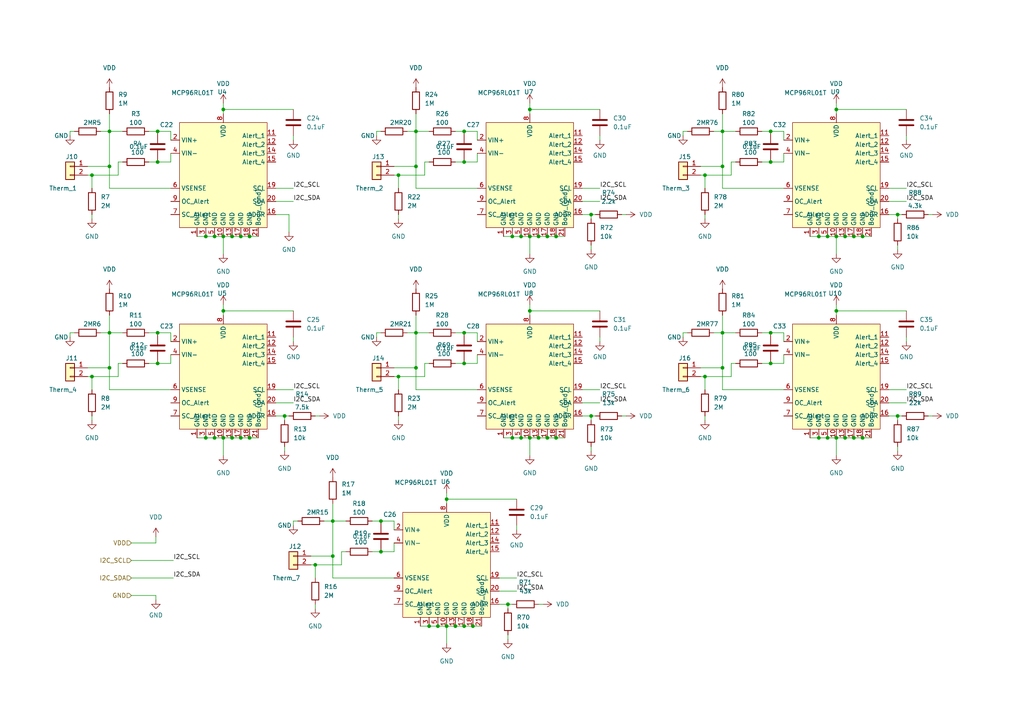
<source format=kicad_sch>
(kicad_sch (version 20211123) (generator eeschema)
  (paper "A4")
  (junction (at 31.75 48.26))
  (junction (at 120.65 38.1))
  (junction (at 134.62 105.41))
  (junction (at 115.57 50.8))
  (junction (at 91.44 163.83))
  (junction (at 124.46 181.61))
  (junction (at 245.11 127))
  (junction (at 26.67 50.8))
  (junction (at 161.29 68.58))
  (junction (at 96.52 151.13))
  (junction (at 158.75 68.58))
  (junction (at 134.62 38.1))
  (junction (at 147.32 175.26))
  (junction (at 250.19 68.58))
  (junction (at 134.62 46.99))
  (junction (at 161.29 127))
  (junction (at 96.52 161.29))
  (junction (at 237.49 127))
  (junction (at 115.57 109.22))
  (junction (at 31.75 106.68))
  (junction (at 120.65 106.68))
  (junction (at 153.67 68.58))
  (junction (at 209.55 38.1))
  (junction (at 242.57 31.75))
  (junction (at 134.62 181.61))
  (junction (at 240.03 127))
  (junction (at 129.54 144.78))
  (junction (at 127 181.61))
  (junction (at 64.77 68.58))
  (junction (at 223.52 46.99))
  (junction (at 158.75 127))
  (junction (at 67.31 127))
  (junction (at 69.85 127))
  (junction (at 209.55 106.68))
  (junction (at 120.65 96.52))
  (junction (at 250.19 127))
  (junction (at 45.72 46.99))
  (junction (at 151.13 127))
  (junction (at 247.65 127))
  (junction (at 153.67 90.17))
  (junction (at 45.72 105.41))
  (junction (at 82.55 120.65))
  (junction (at 156.21 127))
  (junction (at 62.23 68.58))
  (junction (at 223.52 105.41))
  (junction (at 151.13 68.58))
  (junction (at 223.52 38.1))
  (junction (at 129.54 181.61))
  (junction (at 223.52 96.52))
  (junction (at 132.08 181.61))
  (junction (at 110.49 160.02))
  (junction (at 134.62 96.52))
  (junction (at 72.39 127))
  (junction (at 59.69 127))
  (junction (at 209.55 48.26))
  (junction (at 110.49 151.13))
  (junction (at 153.67 31.75))
  (junction (at 137.16 181.61))
  (junction (at 242.57 127))
  (junction (at 67.31 68.58))
  (junction (at 120.65 48.26))
  (junction (at 156.21 68.58))
  (junction (at 69.85 68.58))
  (junction (at 247.65 68.58))
  (junction (at 204.47 50.8))
  (junction (at 242.57 68.58))
  (junction (at 62.23 127))
  (junction (at 26.67 109.22))
  (junction (at 209.55 96.52))
  (junction (at 64.77 127))
  (junction (at 245.11 68.58))
  (junction (at 72.39 68.58))
  (junction (at 237.49 68.58))
  (junction (at 148.59 127))
  (junction (at 171.45 62.23))
  (junction (at 64.77 90.17))
  (junction (at 45.72 38.1))
  (junction (at 45.72 96.52))
  (junction (at 59.69 68.58))
  (junction (at 242.57 90.17))
  (junction (at 64.77 31.75))
  (junction (at 31.75 38.1))
  (junction (at 171.45 120.65))
  (junction (at 260.35 62.23))
  (junction (at 204.47 109.22))
  (junction (at 240.03 68.58))
  (junction (at 148.59 68.58))
  (junction (at 260.35 120.65))
  (junction (at 31.75 96.52))
  (junction (at 153.67 127))
  (wire (pts (xy 240.03 68.58) (xy 242.57 68.58)))
  (wire (pts (xy 132.08 105.41) (xy 134.62 105.41)))
  (wire (pts (xy 83.82 62.23) (xy 83.82 67.31)))
  (wire (pts (xy 31.75 33.02) (xy 31.75 38.1)))
  (wire (pts (xy 198.12 39.37) (xy 198.12 38.1)))
  (wire (pts (xy 115.57 120.65) (xy 115.57 121.92)))
  (wire (pts (xy 38.1 167.64) (xy 50.292 167.64)))
  (wire (pts (xy 132.08 38.1) (xy 134.62 38.1)))
  (wire (pts (xy 156.21 127) (xy 158.75 127)))
  (wire (pts (xy 147.32 175.26) (xy 148.59 175.26)))
  (wire (pts (xy 260.35 71.12) (xy 260.35 72.39)))
  (wire (pts (xy 114.3 50.8) (xy 115.57 50.8)))
  (wire (pts (xy 64.77 31.75) (xy 64.77 33.02)))
  (wire (pts (xy 43.18 96.52) (xy 45.72 96.52)))
  (wire (pts (xy 114.3 48.26) (xy 120.65 48.26)))
  (wire (pts (xy 85.09 39.37) (xy 85.09 40.64)))
  (wire (pts (xy 223.52 38.735) (xy 223.52 38.1)))
  (wire (pts (xy 138.43 102.87) (xy 138.43 105.41)))
  (wire (pts (xy 127 181.61) (xy 129.54 181.61)))
  (wire (pts (xy 213.36 46.99) (xy 212.09 46.99)))
  (wire (pts (xy 91.44 120.65) (xy 92.71 120.65)))
  (wire (pts (xy 153.67 68.58) (xy 156.21 68.58)))
  (wire (pts (xy 82.55 129.54) (xy 82.55 130.81)))
  (wire (pts (xy 80.01 62.23) (xy 83.82 62.23)))
  (wire (pts (xy 209.55 96.52) (xy 213.36 96.52)))
  (wire (pts (xy 91.44 163.83) (xy 99.06 163.83)))
  (wire (pts (xy 31.75 48.26) (xy 31.75 54.61)))
  (wire (pts (xy 31.75 54.61) (xy 49.53 54.61)))
  (wire (pts (xy 156.21 68.58) (xy 158.75 68.58)))
  (wire (pts (xy 26.67 120.65) (xy 26.67 121.92)))
  (wire (pts (xy 31.75 113.03) (xy 49.53 113.03)))
  (wire (pts (xy 223.52 96.52) (xy 227.33 96.52)))
  (wire (pts (xy 82.55 120.65) (xy 83.82 120.65)))
  (wire (pts (xy 209.55 48.26) (xy 209.55 38.1)))
  (wire (pts (xy 220.98 38.1) (xy 223.52 38.1)))
  (wire (pts (xy 260.35 120.65) (xy 260.35 121.92)))
  (wire (pts (xy 114.3 157.48) (xy 114.3 160.02)))
  (wire (pts (xy 20.32 96.52) (xy 21.59 96.52)))
  (wire (pts (xy 153.67 127) (xy 153.67 132.08)))
  (wire (pts (xy 124.46 105.41) (xy 123.19 105.41)))
  (wire (pts (xy 257.81 116.84) (xy 262.89 116.84)))
  (wire (pts (xy 151.13 127) (xy 153.67 127)))
  (wire (pts (xy 34.29 105.41) (xy 34.29 109.22)))
  (wire (pts (xy 269.24 62.23) (xy 270.51 62.23)))
  (wire (pts (xy 242.57 127) (xy 242.57 132.08)))
  (wire (pts (xy 45.72 46.355) (xy 45.72 46.99)))
  (wire (pts (xy 173.99 97.79) (xy 173.99 99.06)))
  (wire (pts (xy 132.08 181.61) (xy 134.62 181.61)))
  (wire (pts (xy 158.75 68.58) (xy 161.29 68.58)))
  (wire (pts (xy 137.16 181.61) (xy 139.7 181.61)))
  (wire (pts (xy 153.67 127) (xy 156.21 127)))
  (wire (pts (xy 151.13 68.58) (xy 153.67 68.58)))
  (wire (pts (xy 148.59 127) (xy 151.13 127)))
  (wire (pts (xy 110.49 151.13) (xy 114.3 151.13)))
  (wire (pts (xy 100.33 160.02) (xy 99.06 160.02)))
  (wire (pts (xy 120.65 54.61) (xy 138.43 54.61)))
  (wire (pts (xy 123.19 46.99) (xy 123.19 50.8)))
  (wire (pts (xy 38.1 157.48) (xy 45.212 157.48)))
  (wire (pts (xy 45.212 155.702) (xy 45.212 157.48)))
  (wire (pts (xy 115.57 109.22) (xy 115.57 113.03)))
  (wire (pts (xy 96.52 146.05) (xy 96.52 151.13)))
  (wire (pts (xy 115.57 50.8) (xy 115.57 54.61)))
  (wire (pts (xy 107.95 160.02) (xy 110.49 160.02)))
  (wire (pts (xy 242.57 88.392) (xy 242.57 90.17)))
  (wire (pts (xy 234.95 127) (xy 237.49 127)))
  (wire (pts (xy 38.1 172.72) (xy 45.212 172.72)))
  (wire (pts (xy 45.212 172.72) (xy 45.212 173.99)))
  (wire (pts (xy 242.57 90.17) (xy 262.89 90.17)))
  (wire (pts (xy 120.65 106.68) (xy 120.65 96.52)))
  (wire (pts (xy 227.33 44.45) (xy 227.33 46.99)))
  (wire (pts (xy 72.39 127) (xy 74.93 127)))
  (wire (pts (xy 213.36 105.41) (xy 212.09 105.41)))
  (wire (pts (xy 207.01 38.1) (xy 209.55 38.1)))
  (wire (pts (xy 245.11 68.58) (xy 247.65 68.58)))
  (wire (pts (xy 161.29 68.58) (xy 163.83 68.58)))
  (wire (pts (xy 67.31 127) (xy 69.85 127)))
  (wire (pts (xy 223.52 46.99) (xy 227.33 46.99)))
  (wire (pts (xy 85.09 151.13) (xy 86.36 151.13)))
  (wire (pts (xy 262.89 97.79) (xy 262.89 99.06)))
  (wire (pts (xy 247.65 127) (xy 250.19 127)))
  (wire (pts (xy 96.52 161.29) (xy 96.52 151.13)))
  (wire (pts (xy 144.78 171.45) (xy 149.86 171.45)))
  (wire (pts (xy 153.67 90.17) (xy 173.99 90.17)))
  (wire (pts (xy 168.91 58.42) (xy 173.99 58.42)))
  (wire (pts (xy 64.77 31.75) (xy 85.09 31.75)))
  (wire (pts (xy 69.85 127) (xy 72.39 127)))
  (wire (pts (xy 204.47 50.8) (xy 204.47 54.61)))
  (wire (pts (xy 29.21 38.1) (xy 31.75 38.1)))
  (wire (pts (xy 209.55 91.44) (xy 209.55 96.52)))
  (wire (pts (xy 257.81 113.03) (xy 262.89 113.03)))
  (wire (pts (xy 123.19 105.41) (xy 123.19 109.22)))
  (wire (pts (xy 62.23 127) (xy 64.77 127)))
  (wire (pts (xy 31.75 106.68) (xy 31.75 113.03)))
  (wire (pts (xy 80.01 58.42) (xy 85.09 58.42)))
  (wire (pts (xy 257.81 120.65) (xy 260.35 120.65)))
  (wire (pts (xy 203.2 106.68) (xy 209.55 106.68)))
  (wire (pts (xy 99.06 160.02) (xy 99.06 163.83)))
  (wire (pts (xy 173.99 39.37) (xy 173.99 40.64)))
  (wire (pts (xy 45.72 105.41) (xy 49.53 105.41)))
  (wire (pts (xy 180.34 120.65) (xy 181.61 120.65)))
  (wire (pts (xy 144.78 175.26) (xy 147.32 175.26)))
  (wire (pts (xy 250.19 68.58) (xy 252.73 68.58)))
  (wire (pts (xy 260.35 62.23) (xy 260.35 63.5)))
  (wire (pts (xy 49.53 38.1) (xy 49.53 40.64)))
  (wire (pts (xy 120.65 38.1) (xy 124.46 38.1)))
  (wire (pts (xy 64.77 68.58) (xy 64.77 73.66)))
  (wire (pts (xy 31.75 106.68) (xy 31.75 96.52)))
  (wire (pts (xy 120.65 96.52) (xy 124.46 96.52)))
  (wire (pts (xy 257.81 62.23) (xy 260.35 62.23)))
  (wire (pts (xy 57.15 68.58) (xy 59.69 68.58)))
  (wire (pts (xy 59.69 68.58) (xy 62.23 68.58)))
  (wire (pts (xy 62.23 68.58) (xy 64.77 68.58)))
  (wire (pts (xy 64.77 68.58) (xy 67.31 68.58)))
  (wire (pts (xy 67.31 68.58) (xy 69.85 68.58)))
  (wire (pts (xy 69.85 68.58) (xy 72.39 68.58)))
  (wire (pts (xy 242.57 31.75) (xy 242.57 33.02)))
  (wire (pts (xy 20.32 38.1) (xy 21.59 38.1)))
  (wire (pts (xy 20.32 39.37) (xy 20.32 38.1)))
  (wire (pts (xy 109.22 97.79) (xy 109.22 96.52)))
  (wire (pts (xy 180.34 62.23) (xy 181.61 62.23)))
  (wire (pts (xy 260.35 120.65) (xy 261.62 120.65)))
  (wire (pts (xy 64.77 90.17) (xy 85.09 90.17)))
  (wire (pts (xy 171.45 120.65) (xy 171.45 121.92)))
  (wire (pts (xy 110.49 160.02) (xy 114.3 160.02)))
  (wire (pts (xy 134.62 104.775) (xy 134.62 105.41)))
  (wire (pts (xy 35.56 105.41) (xy 34.29 105.41)))
  (wire (pts (xy 93.98 151.13) (xy 96.52 151.13)))
  (wire (pts (xy 242.57 68.58) (xy 245.11 68.58)))
  (wire (pts (xy 134.62 96.52) (xy 138.43 96.52)))
  (wire (pts (xy 120.65 33.02) (xy 120.65 38.1)))
  (wire (pts (xy 120.65 48.26) (xy 120.65 54.61)))
  (wire (pts (xy 85.09 152.4) (xy 85.09 151.13)))
  (wire (pts (xy 223.52 38.1) (xy 227.33 38.1)))
  (wire (pts (xy 171.45 62.23) (xy 171.45 63.5)))
  (wire (pts (xy 198.12 38.1) (xy 199.39 38.1)))
  (wire (pts (xy 242.57 68.58) (xy 242.57 73.66)))
  (wire (pts (xy 138.43 96.52) (xy 138.43 99.06)))
  (wire (pts (xy 29.21 96.52) (xy 31.75 96.52)))
  (wire (pts (xy 31.75 96.52) (xy 35.56 96.52)))
  (wire (pts (xy 204.47 109.22) (xy 212.09 109.22)))
  (wire (pts (xy 220.98 105.41) (xy 223.52 105.41)))
  (wire (pts (xy 209.55 38.1) (xy 213.36 38.1)))
  (wire (pts (xy 31.75 91.44) (xy 31.75 96.52)))
  (wire (pts (xy 118.11 38.1) (xy 120.65 38.1)))
  (wire (pts (xy 129.54 144.78) (xy 149.86 144.78)))
  (wire (pts (xy 110.49 159.385) (xy 110.49 160.02)))
  (wire (pts (xy 91.44 175.26) (xy 91.44 176.53)))
  (wire (pts (xy 204.47 120.65) (xy 204.47 121.92)))
  (wire (pts (xy 158.75 127) (xy 161.29 127)))
  (wire (pts (xy 129.54 181.61) (xy 132.08 181.61)))
  (wire (pts (xy 115.57 50.8) (xy 123.19 50.8)))
  (wire (pts (xy 134.62 105.41) (xy 138.43 105.41)))
  (wire (pts (xy 109.22 39.37) (xy 109.22 38.1)))
  (wire (pts (xy 212.09 46.99) (xy 212.09 50.8)))
  (wire (pts (xy 49.53 44.45) (xy 49.53 46.99)))
  (wire (pts (xy 43.18 46.99) (xy 45.72 46.99)))
  (wire (pts (xy 45.72 46.99) (xy 49.53 46.99)))
  (wire (pts (xy 26.67 62.23) (xy 26.67 63.5)))
  (wire (pts (xy 168.91 62.23) (xy 171.45 62.23)))
  (wire (pts (xy 171.45 62.23) (xy 172.72 62.23)))
  (wire (pts (xy 80.01 120.65) (xy 82.55 120.65)))
  (wire (pts (xy 49.53 102.87) (xy 49.53 105.41)))
  (wire (pts (xy 242.57 31.75) (xy 262.89 31.75)))
  (wire (pts (xy 161.29 127) (xy 163.83 127)))
  (wire (pts (xy 26.67 109.22) (xy 26.67 113.03)))
  (wire (pts (xy 114.3 151.13) (xy 114.3 153.67)))
  (wire (pts (xy 132.08 96.52) (xy 134.62 96.52)))
  (wire (pts (xy 171.45 71.12) (xy 171.45 72.39)))
  (wire (pts (xy 59.69 127) (xy 62.23 127)))
  (wire (pts (xy 223.52 97.155) (xy 223.52 96.52)))
  (wire (pts (xy 171.45 129.54) (xy 171.45 130.81)))
  (wire (pts (xy 144.78 167.64) (xy 149.86 167.64)))
  (wire (pts (xy 234.95 68.58) (xy 237.49 68.58)))
  (wire (pts (xy 115.57 62.23) (xy 115.57 63.5)))
  (wire (pts (xy 57.15 127) (xy 59.69 127)))
  (wire (pts (xy 168.91 116.84) (xy 173.99 116.84)))
  (wire (pts (xy 124.46 181.61) (xy 127 181.61)))
  (wire (pts (xy 45.72 38.735) (xy 45.72 38.1)))
  (wire (pts (xy 114.3 106.68) (xy 120.65 106.68)))
  (wire (pts (xy 223.52 104.775) (xy 223.52 105.41)))
  (wire (pts (xy 149.86 152.4) (xy 149.86 153.67)))
  (wire (pts (xy 171.45 120.65) (xy 172.72 120.65)))
  (wire (pts (xy 80.01 113.03) (xy 85.09 113.03)))
  (wire (pts (xy 203.2 50.8) (xy 204.47 50.8)))
  (wire (pts (xy 96.52 151.13) (xy 100.33 151.13)))
  (wire (pts (xy 82.55 120.65) (xy 82.55 121.92)))
  (wire (pts (xy 153.67 31.75) (xy 153.67 33.02)))
  (wire (pts (xy 220.98 46.99) (xy 223.52 46.99)))
  (wire (pts (xy 45.72 96.52) (xy 49.53 96.52)))
  (wire (pts (xy 129.54 143.002) (xy 129.54 144.78)))
  (wire (pts (xy 64.77 127) (xy 67.31 127)))
  (wire (pts (xy 90.17 161.29) (xy 96.52 161.29)))
  (wire (pts (xy 134.62 46.99) (xy 138.43 46.99)))
  (wire (pts (xy 242.57 29.972) (xy 242.57 31.75)))
  (wire (pts (xy 121.92 181.61) (xy 124.46 181.61)))
  (wire (pts (xy 120.65 106.68) (xy 120.65 113.03)))
  (wire (pts (xy 134.62 38.735) (xy 134.62 38.1)))
  (wire (pts (xy 115.57 109.22) (xy 123.19 109.22)))
  (wire (pts (xy 237.49 127) (xy 240.03 127)))
  (wire (pts (xy 26.67 50.8) (xy 26.67 54.61)))
  (wire (pts (xy 91.44 163.83) (xy 91.44 167.64)))
  (wire (pts (xy 207.01 96.52) (xy 209.55 96.52)))
  (wire (pts (xy 146.05 127) (xy 148.59 127)))
  (wire (pts (xy 85.09 97.79) (xy 85.09 99.06)))
  (wire (pts (xy 237.49 68.58) (xy 240.03 68.58)))
  (wire (pts (xy 257.81 58.42) (xy 262.89 58.42)))
  (wire (pts (xy 153.67 68.58) (xy 153.67 73.66)))
  (wire (pts (xy 109.22 38.1) (xy 110.49 38.1)))
  (wire (pts (xy 118.11 96.52) (xy 120.65 96.52)))
  (wire (pts (xy 124.46 46.99) (xy 123.19 46.99)))
  (wire (pts (xy 153.67 31.75) (xy 173.99 31.75)))
  (wire (pts (xy 96.52 167.64) (xy 114.3 167.64)))
  (wire (pts (xy 34.29 46.99) (xy 34.29 50.8)))
  (wire (pts (xy 35.56 46.99) (xy 34.29 46.99)))
  (wire (pts (xy 240.03 127) (xy 242.57 127)))
  (wire (pts (xy 209.55 54.61) (xy 227.33 54.61)))
  (wire (pts (xy 198.12 97.79) (xy 198.12 96.52)))
  (wire (pts (xy 107.95 151.13) (xy 110.49 151.13)))
  (wire (pts (xy 134.62 97.155) (xy 134.62 96.52)))
  (wire (pts (xy 209.55 48.26) (xy 209.55 54.61)))
  (wire (pts (xy 250.19 127) (xy 252.73 127)))
  (wire (pts (xy 120.65 91.44) (xy 120.65 96.52)))
  (wire (pts (xy 20.32 97.79) (xy 20.32 96.52)))
  (wire (pts (xy 31.75 38.1) (xy 35.56 38.1)))
  (wire (pts (xy 109.22 96.52) (xy 110.49 96.52)))
  (wire (pts (xy 96.52 161.29) (xy 96.52 167.64)))
  (wire (pts (xy 134.62 181.61) (xy 137.16 181.61)))
  (wire (pts (xy 138.43 44.45) (xy 138.43 46.99)))
  (wire (pts (xy 223.52 105.41) (xy 227.33 105.41)))
  (wire (pts (xy 209.55 106.68) (xy 209.55 113.03)))
  (wire (pts (xy 260.35 129.54) (xy 260.35 130.81)))
  (wire (pts (xy 129.54 181.61) (xy 129.54 186.69)))
  (wire (pts (xy 43.18 38.1) (xy 45.72 38.1)))
  (wire (pts (xy 45.72 38.1) (xy 49.53 38.1)))
  (wire (pts (xy 209.55 106.68) (xy 209.55 96.52)))
  (wire (pts (xy 64.77 127) (xy 64.77 132.08)))
  (wire (pts (xy 153.67 29.972) (xy 153.67 31.75)))
  (wire (pts (xy 153.67 90.17) (xy 153.67 91.44)))
  (wire (pts (xy 209.55 33.02) (xy 209.55 38.1)))
  (wire (pts (xy 26.67 109.22) (xy 34.29 109.22)))
  (wire (pts (xy 245.11 127) (xy 247.65 127)))
  (wire (pts (xy 64.77 88.392) (xy 64.77 90.17)))
  (wire (pts (xy 204.47 62.23) (xy 204.47 63.5)))
  (wire (pts (xy 147.32 184.15) (xy 147.32 185.42)))
  (wire (pts (xy 110.49 151.765) (xy 110.49 151.13)))
  (wire (pts (xy 257.81 54.61) (xy 262.89 54.61)))
  (wire (pts (xy 90.17 163.83) (xy 91.44 163.83)))
  (wire (pts (xy 25.4 109.22) (xy 26.67 109.22)))
  (wire (pts (xy 134.62 46.355) (xy 134.62 46.99)))
  (wire (pts (xy 80.01 54.61) (xy 85.09 54.61)))
  (wire (pts (xy 25.4 48.26) (xy 31.75 48.26)))
  (wire (pts (xy 31.75 48.26) (xy 31.75 38.1)))
  (wire (pts (xy 120.65 113.03) (xy 138.43 113.03)))
  (wire (pts (xy 223.52 46.355) (xy 223.52 46.99)))
  (wire (pts (xy 242.57 90.17) (xy 242.57 91.44)))
  (wire (pts (xy 168.91 120.65) (xy 171.45 120.65)))
  (wire (pts (xy 148.59 68.58) (xy 151.13 68.58)))
  (wire (pts (xy 80.01 116.84) (xy 85.09 116.84)))
  (wire (pts (xy 168.91 113.03) (xy 173.99 113.03)))
  (wire (pts (xy 204.47 50.8) (xy 212.09 50.8)))
  (wire (pts (xy 43.18 105.41) (xy 45.72 105.41)))
  (wire (pts (xy 156.21 175.26) (xy 157.48 175.26)))
  (wire (pts (xy 129.54 144.78) (xy 129.54 146.05)))
  (wire (pts (xy 64.77 29.972) (xy 64.77 31.75)))
  (wire (pts (xy 64.77 90.17) (xy 64.77 91.44)))
  (wire (pts (xy 45.72 104.775) (xy 45.72 105.41)))
  (wire (pts (xy 204.47 109.22) (xy 204.47 113.03)))
  (wire (pts (xy 138.43 38.1) (xy 138.43 40.64)))
  (wire (pts (xy 25.4 50.8) (xy 26.67 50.8)))
  (wire (pts (xy 203.2 109.22) (xy 204.47 109.22)))
  (wire (pts (xy 220.98 96.52) (xy 223.52 96.52)))
  (wire (pts (xy 203.2 48.26) (xy 209.55 48.26)))
  (wire (pts (xy 227.33 102.87) (xy 227.33 105.41)))
  (wire (pts (xy 227.33 38.1) (xy 227.33 40.64)))
  (wire (pts (xy 227.33 96.52) (xy 227.33 99.06)))
  (wire (pts (xy 49.53 96.52) (xy 49.53 99.06)))
  (wire (pts (xy 72.39 68.58) (xy 74.93 68.58)))
  (wire (pts (xy 209.55 113.03) (xy 227.33 113.03)))
  (wire (pts (xy 38.1 162.56) (xy 50.292 162.56)))
  (wire (pts (xy 247.65 68.58) (xy 250.19 68.58)))
  (wire (pts (xy 26.67 50.8) (xy 34.29 50.8)))
  (wire (pts (xy 25.4 106.68) (xy 31.75 106.68)))
  (wire (pts (xy 212.09 105.41) (xy 212.09 109.22)))
  (wire (pts (xy 198.12 96.52) (xy 199.39 96.52)))
  (wire (pts (xy 132.08 46.99) (xy 134.62 46.99)))
  (wire (pts (xy 260.35 62.23) (xy 261.62 62.23)))
  (wire (pts (xy 134.62 38.1) (xy 138.43 38.1)))
  (wire (pts (xy 262.89 39.37) (xy 262.89 40.64)))
  (wire (pts (xy 269.24 120.65) (xy 270.51 120.65)))
  (wire (pts (xy 153.67 88.392) (xy 153.67 90.17)))
  (wire (pts (xy 147.32 175.26) (xy 147.32 176.53)))
  (wire (pts (xy 168.91 54.61) (xy 173.99 54.61)))
  (wire (pts (xy 242.57 127) (xy 245.11 127)))
  (wire (pts (xy 45.72 97.155) (xy 45.72 96.52)))
  (wire (pts (xy 146.05 68.58) (xy 148.59 68.58)))
  (wire (pts (xy 114.3 109.22) (xy 115.57 109.22)))
  (wire (pts (xy 120.65 48.26) (xy 120.65 38.1)))
  (label "I2C_SCL" (at 85.09 113.03 0))
  (label "I2C_SCL" (at 50.292 162.56 0))
  (label "I2C_SCL" (at 85.09 54.61 0))
  (label "I2C_SCL" (at 262.89 113.03 0))
  (label "I2C_SDA" (at 262.89 58.42 0))
  (label "I2C_SDA" (at 262.89 116.84 0))
  (label "I2C_SDA" (at 85.09 58.42 0))
  (label "I2C_SDA" (at 173.99 116.84 0))
  (label "I2C_SDA" (at 173.99 58.42 0))
  (label "I2C_SCL" (at 173.99 113.03 0))
  (label "I2C_SCL" (at 262.89 54.61 0))
  (label "I2C_SDA" (at 85.09 116.84 0))
  (label "I2C_SCL" (at 149.86 167.64 0))
  (label "I2C_SCL" (at 173.99 54.61 0))
  (label "I2C_SDA" (at 149.86 171.45 0))
  (label "I2C_SDA" (at 50.292 167.64 0))
  (hierarchical_label "I2C_SDA" (shape input) (at 38.1 167.64 180))
  (hierarchical_label "VDD" (shape input) (at 38.1 157.48 180))
  (hierarchical_label "GND" (shape input) (at 38.1 172.72 180))
  (hierarchical_label "I2C_SCL" (shape input) (at 38.1 162.56 180))
  (symbol (lib_id "Device:R") (at 39.37 46.99 90) (unit 1)
    (property "Reference" "R4" (at 39.878 41.656 90))
    (property "Value" "100" (at 39.878 44.196 90))
    (property "Footprint" "Resistor_SMD:R_0603_1608Metric" (effects hide))
  )
  (symbol (lib_id "power:GND") (at 82.55 130.81 0) (unit 1)
    (property "Reference" "#PWR0156" (effects hide))
    (property "Value" "GND" (at 82.55 135.89 0))
  )
  (symbol (lib_id "power:VDD") (at 64.77 29.972 0) (unit 1)
    (property "Reference" "#PWR0162" (effects hide))
    (property "Value" "VDD" (at 64.77 24.257 0))
  )
  (symbol (lib_id "Device:R") (at 152.4 175.26 90) (unit 1)
    (property "Reference" "R71" (at 152.4 168.91 90))
    (property "Value" "43k" (at 152.4 171.45 90))
    (property "Footprint" "Resistor_SMD:R_0603_1608Metric" (effects hide))
  )
  (symbol (lib_id "Device:R") (at 26.67 58.42 0) (unit 1)
    (property "Reference" "R7" (at 29.21 57.15 0) (effects (justify left)))
    (property "Value" "2M" (at 29.21 59.69 0) (effects (justify left)))
    (property "Footprint" "Resistor_SMD:R_0603_1608Metric" (effects hide))
  )
  (symbol (lib_name "MCP96RL01T_2") (lib_id "MCP96RL01T:MCP96RL01T") (at 153.67 50.8 0) (unit 1)
    (property "Reference" "U7" (at 153.3525 26.67 0))
    (property "Value" "MCP96RL01T" (at 144.7165 26.924 0))
    (property "Footprint" "MCP96RL01T:MCP96RL01T_QFN" (effects hide))
  )
  (symbol (lib_id "Device:R") (at 82.55 125.73 0) (unit 1)
    (property "Reference" "R13" (at 85.09 124.4599 0) (effects (justify left)))
    (property "Value" "10k" (at 85.09 126.9999 0) (effects (justify left)))
    (property "Footprint" "Resistor_SMD:R_0603_1608Metric" (effects hide))
  )
  (symbol (lib_id "Device:R") (at 31.75 87.63 0) (unit 1)
    (property "Reference" "R10" (at 34.29 85.852 0) (effects (justify left)))
    (property "Value" "1M" (at 34.29 88.392 0) (effects (justify left)))
    (property "Footprint" "Resistor_SMD:R_0603_1608Metric" (effects hide))
  )
  (symbol (lib_id "Device:R") (at 265.43 120.65 90) (unit 1)
    (property "Reference" "R89" (at 265.43 114.3 90))
    (property "Value" "22k" (at 265.43 116.84 90))
    (property "Footprint" "Resistor_SMD:R_0603_1608Metric" (effects hide))
  )
  (symbol (lib_name "MCP96RL01T_3") (lib_id "MCP96RL01T:MCP96RL01T") (at 242.57 109.22 0) (unit 1)
    (property "Reference" "U10" (at 242.2525 85.09 0))
    (property "Value" "MCP96RL01T" (at 233.6165 85.344 0))
    (property "Footprint" "MCP96RL01T:MCP96RL01T_QFN" (effects hide))
  )
  (symbol (lib_id "Connector_Generic:Conn_01x02") (at 109.22 48.26 0) (mirror y) (unit 1)
    (property "Reference" "J13" (at 109.728 45.466 0))
    (property "Value" "Therm_2" (at 107.188 54.61 0))
    (property "Footprint" "K_type_thermo_conn_F:K_type_thermo_conn_F" (effects hide))
  )
  (symbol (lib_id "MCP96RL01T:MCP96RL01T") (at 129.54 163.83 0) (unit 1)
    (property "Reference" "U6" (at 129.2225 139.7 0))
    (property "Value" "MCP96RL01T" (at 120.5865 139.954 0))
    (property "Footprint" "MCP96RL01T:MCP96RL01T_QFN" (effects hide))
  )
  (symbol (lib_id "power:VDD") (at 45.212 155.702 0) (unit 1)
    (property "Reference" "#PWR0165" (effects hide))
    (property "Value" "VDD" (at 45.212 149.987 0))
  )
  (symbol (lib_id "Device:R") (at 115.57 58.42 0) (unit 1)
    (property "Reference" "R22" (at 118.11 57.15 0) (effects (justify left)))
    (property "Value" "2M" (at 118.11 59.69 0) (effects (justify left)))
    (property "Footprint" "Resistor_SMD:R_0603_1608Metric" (effects hide))
  )
  (symbol (lib_id "power:GND") (at 115.57 121.92 0) (unit 1)
    (property "Reference" "#PWR0158" (effects hide))
    (property "Value" "GND" (at 115.57 127 0))
  )
  (symbol (lib_id "power:VDD") (at 120.65 25.4 0) (unit 1)
    (property "Reference" "#PWR0164" (effects hide))
    (property "Value" "VDD" (at 120.65 19.685 0))
  )
  (symbol (lib_id "Device:R") (at 217.17 105.41 90) (unit 1)
    (property "Reference" "R85" (at 217.678 100.076 90))
    (property "Value" "100" (at 217.678 102.616 90))
    (property "Footprint" "Resistor_SMD:R_0603_1608Metric" (effects hide))
  )
  (symbol (lib_id "Device:R") (at 260.35 67.31 0) (unit 1)
    (property "Reference" "R86" (at 262.89 66.0399 0) (effects (justify left)))
    (property "Value" "10k" (at 262.89 68.5799 0) (effects (justify left)))
    (property "Footprint" "Resistor_SMD:R_0603_1608Metric" (effects hide))
  )
  (symbol (lib_id "Connector_Generic:Conn_01x02") (at 198.12 48.26 0) (mirror y) (unit 1)
    (property "Reference" "J15" (at 198.628 45.466 0))
    (property "Value" "Therm_3" (at 196.088 54.61 0))
    (property "Footprint" "K_type_thermo_conn_F:K_type_thermo_conn_F" (effects hide))
  )
  (symbol (lib_id "power:VDD") (at 31.75 83.82 0) (unit 1)
    (property "Reference" "#PWR0210" (effects hide))
    (property "Value" "VDD" (at 31.75 78.105 0))
  )
  (symbol (lib_id "power:VDD") (at 270.51 120.65 270) (unit 1)
    (property "Reference" "#PWR0153" (effects hide))
    (property "Value" "VDD" (at 274.32 120.6499 90) (effects (justify left)))
  )
  (symbol (lib_id "power:VDD") (at 181.61 120.65 270) (unit 1)
    (property "Reference" "#PWR0224" (effects hide))
    (property "Value" "VDD" (at 185.42 120.6499 90) (effects (justify left)))
  )
  (symbol (lib_id "Device:R") (at 128.27 96.52 90) (unit 1)
    (property "Reference" "R28" (at 128.27 91.44 90))
    (property "Value" "100" (at 128.27 93.98 90))
    (property "Footprint" "Resistor_SMD:R_0603_1608Metric" (effects hide))
  )
  (symbol (lib_id "Device:R") (at 209.55 87.63 0) (unit 1)
    (property "Reference" "R81" (at 212.09 85.852 0) (effects (justify left)))
    (property "Value" "1M" (at 212.09 88.392 0) (effects (justify left)))
    (property "Footprint" "Resistor_SMD:R_0603_1608Metric" (effects hide))
  )
  (symbol (lib_id "power:GND") (at 242.57 73.66 0) (unit 1)
    (property "Reference" "#PWR0148" (effects hide))
    (property "Value" "GND" (at 242.57 78.74 0))
  )
  (symbol (lib_name "MCP96RL01T_1") (lib_id "MCP96RL01T:MCP96RL01T") (at 242.57 50.8 0) (unit 1)
    (property "Reference" "U9" (at 242.2525 26.67 0))
    (property "Value" "MCP96RL01T" (at 233.6165 26.924 0))
    (property "Footprint" "MCP96RL01T:MCP96RL01T_QFN" (effects hide))
  )
  (symbol (lib_id "power:GND") (at 85.09 152.4 0) (unit 1)
    (property "Reference" "#PWR0212" (effects hide))
    (property "Value" "GND" (at 82.55 152.4 0))
  )
  (symbol (lib_id "power:VDD") (at 209.55 25.4 0) (unit 1)
    (property "Reference" "#PWR0138" (effects hide))
    (property "Value" "VDD" (at 209.55 19.685 0))
  )
  (symbol (lib_id "Device:R") (at 26.67 116.84 0) (unit 1)
    (property "Reference" "R8" (at 29.21 115.57 0) (effects (justify left)))
    (property "Value" "2M" (at 29.21 118.11 0) (effects (justify left)))
    (property "Footprint" "Resistor_SMD:R_0603_1608Metric" (effects hide))
  )
  (symbol (lib_id "Device:R") (at 115.57 116.84 0) (unit 1)
    (property "Reference" "R23" (at 118.11 115.57 0) (effects (justify left)))
    (property "Value" "2M" (at 118.11 118.11 0) (effects (justify left)))
    (property "Footprint" "Resistor_SMD:R_0603_1608Metric" (effects hide))
  )
  (symbol (lib_id "power:GND") (at 198.12 39.37 0) (unit 1)
    (property "Reference" "#PWR0137" (effects hide))
    (property "Value" "GND" (at 195.58 39.37 0))
  )
  (symbol (lib_id "Device:R") (at 209.55 29.21 0) (unit 1)
    (property "Reference" "R80" (at 212.09 27.432 0) (effects (justify left)))
    (property "Value" "1M" (at 212.09 29.972 0) (effects (justify left)))
    (property "Footprint" "Resistor_SMD:R_0603_1608Metric" (effects hide))
  )
  (symbol (lib_id "Device:R") (at 260.35 125.73 0) (unit 1)
    (property "Reference" "R87" (at 262.89 124.4599 0) (effects (justify left)))
    (property "Value" "10k" (at 262.89 126.9999 0) (effects (justify left)))
    (property "Footprint" "Resistor_SMD:R_0603_1608Metric" (effects hide))
  )
  (symbol (lib_id "power:GND") (at 260.35 72.39 0) (unit 1)
    (property "Reference" "#PWR0140" (effects hide))
    (property "Value" "GND" (at 260.35 77.47 0))
  )
  (symbol (lib_id "power:VDD") (at 242.57 88.392 0) (unit 1)
    (property "Reference" "#PWR0149" (effects hide))
    (property "Value" "VDD" (at 242.57 82.677 0))
  )
  (symbol (lib_id "Device:C") (at 173.99 35.56 0) (unit 1)
    (property "Reference" "C30" (at 177.8 34.2899 0) (effects (justify left)))
    (property "Value" "0.1uF" (at 177.8 36.8299 0) (effects (justify left)))
    (property "Footprint" "Capacitor_SMD:C_0603_1608Metric" (effects hide))
    (property "type" "ceramic HF, 0.1uf to 1 uf" (effects hide))
  )
  (symbol (lib_id "Connector_Generic:Conn_01x02") (at 109.22 106.68 0) (mirror y) (unit 1)
    (property "Reference" "J14" (at 109.728 103.886 0))
    (property "Value" "Therm_5" (at 107.188 113.03 0))
    (property "Footprint" "K_type_thermo_conn_F:K_type_thermo_conn_F" (effects hide))
  )
  (symbol (lib_id "power:GND") (at 85.09 99.06 0) (unit 1)
    (property "Reference" "#PWR0155" (effects hide))
    (property "Value" "GND" (at 85.09 103.505 0))
  )
  (symbol (lib_id "Device:C") (at 85.09 35.56 0) (unit 1)
    (property "Reference" "C24" (at 88.9 34.2899 0) (effects (justify left)))
    (property "Value" "0.1uF" (at 88.9 36.8299 0) (effects (justify left)))
    (property "Footprint" "Capacitor_SMD:C_0603_1608Metric" (effects hide))
    (property "type" "ceramic HF, 0.1uf to 1 uf" (effects hide))
  )
  (symbol (lib_id "Device:R") (at 147.32 180.34 0) (unit 1)
    (property "Reference" "R70" (at 149.86 179.0699 0) (effects (justify left)))
    (property "Value" "10k" (at 149.86 181.6099 0) (effects (justify left)))
    (property "Footprint" "Resistor_SMD:R_0603_1608Metric" (effects hide))
  )
  (symbol (lib_id "power:VDD") (at 31.75 25.4 0) (unit 1)
    (property "Reference" "#PWR0160" (effects hide))
    (property "Value" "VDD" (at 31.75 19.685 0))
  )
  (symbol (lib_id "Device:R") (at 39.37 105.41 90) (unit 1)
    (property "Reference" "R12" (at 39.878 100.076 90))
    (property "Value" "100" (at 39.878 102.616 90))
    (property "Footprint" "Resistor_SMD:R_0603_1608Metric" (effects hide))
  )
  (symbol (lib_id "power:GND") (at 147.32 185.42 0) (unit 1)
    (property "Reference" "#PWR0215" (effects hide))
    (property "Value" "GND" (at 147.32 190.5 0))
  )
  (symbol (lib_id "power:VDD") (at 270.51 62.23 270) (unit 1)
    (property "Reference" "#PWR0139" (effects hide))
    (property "Value" "VDD" (at 274.32 62.2299 90) (effects (justify left)))
  )
  (symbol (lib_id "power:VDD") (at 96.52 138.43 0) (unit 1)
    (property "Reference" "#PWR0157" (effects hide))
    (property "Value" "VDD" (at 96.52 132.715 0))
  )
  (symbol (lib_id "Device:R") (at 25.4 38.1 270) (unit 1)
    (property "Reference" "R5" (at 26.67 35.56 90) (effects (justify left)))
    (property "Value" "2M" (at 24.13 35.56 90) (effects (justify left)))
    (property "Footprint" "Resistor_SMD:R_0603_1608Metric" (effects hide))
  )
  (symbol (lib_id "power:GND") (at 149.86 153.67 0) (unit 1)
    (property "Reference" "#PWR0218" (effects hide))
    (property "Value" "GND" (at 149.86 158.115 0))
  )
  (symbol (lib_name "MCP96RL01T_4") (lib_id "MCP96RL01T:MCP96RL01T") (at 64.77 109.22 0) (unit 1)
    (property "Reference" "U5" (at 64.4525 85.09 0))
    (property "Value" "MCP96RL01T" (at 55.8165 85.344 0))
    (property "Footprint" "MCP96RL01T:MCP96RL01T_QFN" (effects hide))
  )
  (symbol (lib_id "Device:C") (at 134.62 100.965 0) (unit 1)
    (property "Reference" "C28" (at 135.255 94.6149 0) (effects (justify left)))
    (property "Value" "0.1uF" (at 126.365 100.9649 0) (effects (justify left)))
    (property "Footprint" "Capacitor_SMD:C_0603_1608Metric" (effects hide))
  )
  (symbol (lib_id "Device:R") (at 90.17 151.13 270) (unit 1)
    (property "Reference" "R15" (at 91.44 148.59 90) (effects (justify left)))
    (property "Value" "2M" (at 88.9 148.59 90) (effects (justify left)))
    (property "Footprint" "Resistor_SMD:R_0603_1608Metric" (effects hide))
  )
  (symbol (lib_id "Connector_Generic:Conn_01x02") (at 20.32 48.26 0) (mirror y) (unit 1)
    (property "Reference" "J10" (at 20.828 45.466 0))
    (property "Value" "Therm_1" (at 18.288 54.61 0))
    (property "Footprint" "K_type_thermo_conn_F:K_type_thermo_conn_F" (effects hide))
  )
  (symbol (lib_id "power:VDD") (at 153.67 88.392 0) (unit 1)
    (property "Reference" "#PWR0228" (effects hide))
    (property "Value" "VDD" (at 153.67 82.677 0))
  )
  (symbol (lib_id "Device:C") (at 134.62 42.545 0) (unit 1)
    (property "Reference" "C27" (at 135.255 36.1949 0) (effects (justify left)))
    (property "Value" "0.1uF" (at 126.365 42.5449 0) (effects (justify left)))
    (property "Footprint" "Capacitor_SMD:C_0603_1608Metric" (effects hide))
  )
  (symbol (lib_id "power:GND") (at 20.32 97.79 0) (unit 1)
    (property "Reference" "#PWR0209" (effects hide))
    (property "Value" "GND" (at 17.78 97.79 0))
  )
  (symbol (lib_id "power:GND") (at 171.45 130.81 0) (unit 1)
    (property "Reference" "#PWR0223" (effects hide))
    (property "Value" "GND" (at 171.45 135.89 0))
  )
  (symbol (lib_id "power:GND") (at 115.57 63.5 0) (unit 1)
    (property "Reference" "#PWR0161" (effects hide))
    (property "Value" "GND" (at 115.57 68.58 0))
  )
  (symbol (lib_id "power:GND") (at 26.67 63.5 0) (unit 1)
    (property "Reference" "#PWR0172" (effects hide))
    (property "Value" "GND" (at 26.67 68.58 0))
  )
  (symbol (lib_name "MCP96RL01T_5") (lib_id "MCP96RL01T:MCP96RL01T") (at 64.77 50.8 0) (unit 1)
    (property "Reference" "U4" (at 64.4525 26.67 0))
    (property "Value" "MCP96RL01T" (at 55.8165 26.924 0))
    (property "Footprint" "MCP96RL01T:MCP96RL01T_QFN" (effects hide))
  )
  (symbol (lib_id "power:GND") (at 109.22 39.37 0) (unit 1)
    (property "Reference" "#PWR0167" (effects hide))
    (property "Value" "GND" (at 106.68 39.37 0))
  )
  (symbol (lib_id "Device:C") (at 110.49 155.575 0) (unit 1)
    (property "Reference" "C26" (at 111.125 149.2249 0) (effects (justify left)))
    (property "Value" "0.1uF" (at 102.235 155.5749 0) (effects (justify left)))
    (property "Footprint" "Capacitor_SMD:C_0603_1608Metric" (effects hide))
  )
  (symbol (lib_id "Device:R") (at 128.27 105.41 90) (unit 1)
    (property "Reference" "R69" (at 128.778 100.076 90))
    (property "Value" "100" (at 128.778 102.616 90))
    (property "Footprint" "Resistor_SMD:R_0603_1608Metric" (effects hide))
  )
  (symbol (lib_id "power:GND") (at 242.57 132.08 0) (unit 1)
    (property "Reference" "#PWR0152" (effects hide))
    (property "Value" "GND" (at 242.57 137.16 0))
  )
  (symbol (lib_id "Device:R") (at 25.4 96.52 270) (unit 1)
    (property "Reference" "R6" (at 26.67 93.98 90) (effects (justify left)))
    (property "Value" "2M" (at 24.13 93.98 90) (effects (justify left)))
    (property "Footprint" "Resistor_SMD:R_0603_1608Metric" (effects hide))
  )
  (symbol (lib_id "power:VDD") (at 120.65 83.82 0) (unit 1)
    (property "Reference" "#PWR0229" (effects hide))
    (property "Value" "VDD" (at 120.65 78.105 0))
  )
  (symbol (lib_id "Device:R") (at 128.27 38.1 90) (unit 1)
    (property "Reference" "R26" (at 128.27 33.02 90))
    (property "Value" "100" (at 128.27 35.56 90))
    (property "Footprint" "Resistor_SMD:R_0603_1608Metric" (effects hide))
  )
  (symbol (lib_id "power:VDD") (at 242.57 29.972 0) (unit 1)
    (property "Reference" "#PWR0141" (effects hide))
    (property "Value" "VDD" (at 242.57 24.257 0))
  )
  (symbol (lib_id "power:GND") (at 153.67 132.08 0) (unit 1)
    (property "Reference" "#PWR0221" (effects hide))
    (property "Value" "GND" (at 153.67 137.16 0))
  )
  (symbol (lib_id "power:VDD") (at 64.77 88.392 0) (unit 1)
    (property "Reference" "#PWR0171" (effects hide))
    (property "Value" "VDD" (at 64.77 82.677 0))
  )
  (symbol (lib_id "Device:R") (at 39.37 38.1 90) (unit 1)
    (property "Reference" "R3" (at 39.37 33.02 90))
    (property "Value" "100" (at 39.37 35.56 90))
    (property "Footprint" "Resistor_SMD:R_0603_1608Metric" (effects hide))
  )
  (symbol (lib_id "power:GND") (at 45.212 173.99 0) (unit 1)
    (property "Reference" "#PWR0166" (effects hide))
    (property "Value" "GND" (at 45.212 178.435 0))
  )
  (symbol (lib_id "power:GND") (at 129.54 186.69 0) (unit 1)
    (property "Reference" "#PWR0219" (effects hide))
    (property "Value" "GND" (at 129.54 191.77 0))
  )
  (symbol (lib_id "power:GND") (at 198.12 97.79 0) (unit 1)
    (property "Reference" "#PWR0226" (effects hide))
    (property "Value" "GND" (at 195.58 97.79 0))
  )
  (symbol (lib_id "power:GND") (at 153.67 73.66 0) (unit 1)
    (property "Reference" "#PWR0227" (effects hide))
    (property "Value" "GND" (at 153.67 78.74 0))
  )
  (symbol (lib_id "Device:R") (at 176.53 62.23 90) (unit 1)
    (property "Reference" "R74" (at 176.53 55.88 90))
    (property "Value" "2.2k" (at 176.53 58.42 90))
    (property "Footprint" "Resistor_SMD:R_0603_1608Metric" (effects hide))
  )
  (symbol (lib_id "power:VDD") (at 157.48 175.26 270) (unit 1)
    (property "Reference" "#PWR0216" (effects hide))
    (property "Value" "VDD" (at 161.29 175.2599 90) (effects (justify left)))
  )
  (symbol (lib_id "Device:R") (at 203.2 38.1 270) (unit 1)
    (property "Reference" "R76" (at 204.47 35.56 90) (effects (justify left)))
    (property "Value" "2M" (at 201.93 35.56 90) (effects (justify left)))
    (property "Footprint" "Resistor_SMD:R_0603_1608Metric" (effects hide))
  )
  (symbol (lib_id "Device:R") (at 217.17 46.99 90) (unit 1)
    (property "Reference" "R83" (at 217.678 41.656 90))
    (property "Value" "100" (at 217.678 44.196 90))
    (property "Footprint" "Resistor_SMD:R_0603_1608Metric" (effects hide))
  )
  (symbol (lib_id "power:GND") (at 262.89 40.64 0) (unit 1)
    (property "Reference" "#PWR0142" (effects hide))
    (property "Value" "GND" (at 262.89 45.085 0))
  )
  (symbol (lib_id "Device:R") (at 217.17 38.1 90) (unit 1)
    (property "Reference" "R82" (at 217.17 33.02 90))
    (property "Value" "100" (at 217.17 35.56 90))
    (property "Footprint" "Resistor_SMD:R_0603_1608Metric" (effects hide))
  )
  (symbol (lib_id "Device:R") (at 104.14 151.13 90) (unit 1)
    (property "Reference" "R18" (at 104.14 146.05 90))
    (property "Value" "100" (at 104.14 148.59 90))
    (property "Footprint" "Resistor_SMD:R_0603_1608Metric" (effects hide))
  )
  (symbol (lib_id "Device:C") (at 85.09 93.98 0) (unit 1)
    (property "Reference" "C25" (at 88.9 92.7099 0) (effects (justify left)))
    (property "Value" "0.1uF" (at 88.9 95.2499 0) (effects (justify left)))
    (property "Footprint" "Capacitor_SMD:C_0603_1608Metric" (effects hide))
    (property "type" "ceramic HF, 0.1uf to 1 uf" (effects hide))
  )
  (symbol (lib_id "power:VDD") (at 181.61 62.23 270) (unit 1)
    (property "Reference" "#PWR0145" (effects hide))
    (property "Value" "VDD" (at 185.42 62.2299 90) (effects (justify left)))
  )
  (symbol (lib_id "power:VDD") (at 129.54 143.002 0) (unit 1)
    (property "Reference" "#PWR0217" (effects hide))
    (property "Value" "VDD" (at 129.54 137.287 0))
  )
  (symbol (lib_id "Device:R") (at 104.14 160.02 90) (unit 1)
    (property "Reference" "R19" (at 104.648 154.686 90))
    (property "Value" "100" (at 104.648 157.226 90))
    (property "Footprint" "Resistor_SMD:R_0603_1608Metric" (effects hide))
  )
  (symbol (lib_id "power:GND") (at 83.82 67.31 0) (unit 1)
    (property "Reference" "#PWR0169" (effects hide))
    (property "Value" "GND" (at 83.82 72.39 0))
  )
  (symbol (lib_id "Device:C") (at 45.72 42.545 0) (unit 1)
    (property "Reference" "C22" (at 46.355 36.1949 0) (effects (justify left)))
    (property "Value" "0.1uF" (at 37.465 42.5449 0) (effects (justify left)))
    (property "Footprint" "Capacitor_SMD:C_0603_1608Metric" (effects hide))
  )
  (symbol (lib_id "Device:R") (at 176.53 120.65 90) (unit 1)
    (property "Reference" "R75" (at 176.53 114.3 90))
    (property "Value" "13k" (at 176.53 116.84 90))
    (property "Footprint" "Resistor_SMD:R_0603_1608Metric" (effects hide))
  )
  (symbol (lib_id "power:GND") (at 85.09 40.64 0) (unit 1)
    (property "Reference" "#PWR0170" (effects hide))
    (property "Value" "GND" (at 85.09 45.085 0))
  )
  (symbol (lib_id "Device:C") (at 262.89 93.98 0) (unit 1)
    (property "Reference" "C35" (at 266.7 92.7099 0) (effects (justify left)))
    (property "Value" "0.1uF" (at 266.7 95.2499 0) (effects (justify left)))
    (property "Footprint" "Capacitor_SMD:C_0603_1608Metric" (effects hide))
    (property "type" "ceramic HF, 0.1uf to 1 uf" (effects hide))
  )
  (symbol (lib_id "Connector_Generic:Conn_01x02") (at 85.09 161.29 0) (mirror y) (unit 1)
    (property "Reference" "J12" (at 85.598 158.496 0))
    (property "Value" "Therm_7" (at 83.058 167.64 0))
    (property "Footprint" "K_type_thermo_conn_F:K_type_thermo_conn_F" (effects hide))
  )
  (symbol (lib_id "Device:R") (at 120.65 87.63 0) (unit 1)
    (property "Reference" "R25" (at 123.19 85.852 0) (effects (justify left)))
    (property "Value" "1M" (at 123.19 88.392 0) (effects (justify left)))
    (property "Footprint" "Resistor_SMD:R_0603_1608Metric" (effects hide))
  )
  (symbol (lib_id "Device:R") (at 171.45 67.31 0) (unit 1)
    (property "Reference" "R72" (at 173.99 66.0399 0) (effects (justify left)))
    (property "Value" "10k" (at 173.99 68.5799 0) (effects (justify left)))
    (property "Footprint" "Resistor_SMD:R_0603_1608Metric" (effects hide))
  )
  (symbol (lib_id "power:VDD") (at 153.67 29.972 0) (unit 1)
    (property "Reference" "#PWR0220" (effects hide))
    (property "Value" "VDD" (at 153.67 24.257 0))
  )
  (symbol (lib_id "power:GND") (at 26.67 121.92 0) (unit 1)
    (property "Reference" "#PWR0213" (effects hide))
    (property "Value" "GND" (at 26.67 127 0))
  )
  (symbol (lib_id "Connector_Generic:Conn_01x02") (at 198.12 106.68 0) (mirror y) (unit 1)
    (property "Reference" "J16" (at 198.628 103.886 0))
    (property "Value" "Therm_6" (at 196.088 113.03 0))
    (property "Footprint" "K_type_thermo_conn_F:K_type_thermo_conn_F" (effects hide))
  )
  (symbol (lib_name "MCP96RL01T_6") (lib_id "MCP96RL01T:MCP96RL01T") (at 153.67 109.22 0) (unit 1)
    (property "Reference" "U8" (at 153.3525 85.09 0))
    (property "Value" "MCP96RL01T" (at 144.7165 85.344 0))
    (property "Footprint" "MCP96RL01T:MCP96RL01T_QFN" (effects hide))
  )
  (symbol (lib_id "Device:R") (at 128.27 46.99 90) (unit 1)
    (property "Reference" "R27" (at 128.778 41.656 90))
    (property "Value" "100" (at 128.778 44.196 90))
    (property "Footprint" "Resistor_SMD:R_0603_1608Metric" (effects hide))
  )
  (symbol (lib_id "Device:R") (at 91.44 171.45 0) (unit 1)
    (property "Reference" "R16" (at 93.98 170.18 0) (effects (justify left)))
    (property "Value" "2M" (at 93.98 172.72 0) (effects (justify left)))
    (property "Footprint" "Resistor_SMD:R_0603_1608Metric" (effects hide))
  )
  (symbol (lib_id "Device:R") (at 204.47 58.42 0) (unit 1)
    (property "Reference" "R78" (at 207.01 57.15 0) (effects (justify left)))
    (property "Value" "2M" (at 207.01 59.69 0) (effects (justify left)))
    (property "Footprint" "Resistor_SMD:R_0603_1608Metric" (effects hide))
  )
  (symbol (lib_id "Device:R") (at 204.47 116.84 0) (unit 1)
    (property "Reference" "R79" (at 207.01 115.57 0) (effects (justify left)))
    (property "Value" "2M" (at 207.01 118.11 0) (effects (justify left)))
    (property "Footprint" "Resistor_SMD:R_0603_1608Metric" (effects hide))
  )
  (symbol (lib_id "Device:R") (at 217.17 96.52 90) (unit 1)
    (property "Reference" "R84" (at 217.17 91.44 90))
    (property "Value" "100" (at 217.17 93.98 90))
    (property "Footprint" "Resistor_SMD:R_0603_1608Metric" (effects hide))
  )
  (symbol (lib_id "Device:C") (at 173.99 93.98 0) (unit 1)
    (property "Reference" "C31" (at 177.8 92.7099 0) (effects (justify left)))
    (property "Value" "0.1uF" (at 177.8 95.2499 0) (effects (justify left)))
    (property "Footprint" "Capacitor_SMD:C_0603_1608Metric" (effects hide))
    (property "type" "ceramic HF, 0.1uf to 1 uf" (effects hide))
  )
  (symbol (lib_id "Device:R") (at 114.3 38.1 270) (unit 1)
    (property "Reference" "R20" (at 115.57 35.56 90) (effects (justify left)))
    (property "Value" "2M" (at 113.03 35.56 90) (effects (justify left)))
    (property "Footprint" "Resistor_SMD:R_0603_1608Metric" (effects hide))
  )
  (symbol (lib_id "power:VDD") (at 92.71 120.65 270) (unit 1)
    (property "Reference" "#PWR0154" (effects hide))
    (property "Value" "VDD" (at 96.52 120.6499 90) (effects (justify left)))
  )
  (symbol (lib_id "Device:R") (at 203.2 96.52 270) (unit 1)
    (property "Reference" "R77" (at 204.47 93.98 90) (effects (justify left)))
    (property "Value" "2M" (at 201.93 93.98 90) (effects (justify left)))
    (property "Footprint" "Resistor_SMD:R_0603_1608Metric" (effects hide))
  )
  (symbol (lib_id "power:GND") (at 204.47 63.5 0) (unit 1)
    (property "Reference" "#PWR0144" (effects hide))
    (property "Value" "GND" (at 204.47 68.58 0))
  )
  (symbol (lib_id "power:GND") (at 64.77 73.66 0) (unit 1)
    (property "Reference" "#PWR0163" (effects hide))
    (property "Value" "GND" (at 64.77 78.74 0))
  )
  (symbol (lib_id "power:GND") (at 173.99 40.64 0) (unit 1)
    (property "Reference" "#PWR0143" (effects hide))
    (property "Value" "GND" (at 173.99 45.085 0))
  )
  (symbol (lib_id "power:GND") (at 204.47 121.92 0) (unit 1)
    (property "Reference" "#PWR0225" (effects hide))
    (property "Value" "GND" (at 204.47 127 0))
  )
  (symbol (lib_id "Device:R") (at 265.43 62.23 90) (unit 1)
    (property "Reference" "R88" (at 265.43 55.88 90))
    (property "Value" "4.3k" (at 265.43 59.69 90))
    (property "Footprint" "Resistor_SMD:R_0603_1608Metric" (effects hide))
  )
  (symbol (lib_id "power:GND") (at 173.99 99.06 0) (unit 1)
    (property "Reference" "#PWR0222" (effects hide))
    (property "Value" "GND" (at 173.99 103.505 0))
  )
  (symbol (lib_id "Device:R") (at 39.37 96.52 90) (unit 1)
    (property "Reference" "R11" (at 39.37 91.44 90))
    (property "Value" "100" (at 39.37 93.98 90))
    (property "Footprint" "Resistor_SMD:R_0603_1608Metric" (effects hide))
  )
  (symbol (lib_id "Device:C") (at 149.86 148.59 0) (unit 1)
    (property "Reference" "C29" (at 153.67 147.3199 0) (effects (justify left)))
    (property "Value" "0.1uF" (at 153.67 149.8599 0) (effects (justify left)))
    (property "Footprint" "Capacitor_SMD:C_0603_1608Metric" (effects hide))
    (property "type" "ceramic HF, 0.1uf to 1 uf" (effects hide))
  )
  (symbol (lib_id "Device:R") (at 114.3 96.52 270) (unit 1)
    (property "Reference" "R21" (at 115.57 93.98 90) (effects (justify left)))
    (property "Value" "2M" (at 113.03 93.98 90) (effects (justify left)))
    (property "Footprint" "Resistor_SMD:R_0603_1608Metric" (effects hide))
  )
  (symbol (lib_id "Device:C") (at 262.89 35.56 0) (unit 1)
    (property "Reference" "C34" (at 266.7 34.2899 0) (effects (justify left)))
    (property "Value" "0.1uF" (at 266.7 36.8299 0) (effects (justify left)))
    (property "Footprint" "Capacitor_SMD:C_0603_1608Metric" (effects hide))
    (property "type" "ceramic HF, 0.1uf to 1 uf" (effects hide))
  )
  (symbol (lib_id "Device:R") (at 87.63 120.65 90) (unit 1)
    (property "Reference" "R14" (at 87.63 114.3 90))
    (property "Value" "7.5k" (at 87.63 118.11 90))
    (property "Footprint" "Resistor_SMD:R_0603_1608Metric" (effects hide))
  )
  (symbol (lib_id "power:GND") (at 171.45 72.39 0) (unit 1)
    (property "Reference" "#PWR0146" (effects hide))
    (property "Value" "GND" (at 171.45 77.47 0))
  )
  (symbol (lib_id "Connector_Generic:Conn_01x02") (at 20.32 106.68 0) (mirror y) (unit 1)
    (property "Reference" "J11" (at 20.828 103.886 0))
    (property "Value" "Therm_4" (at 18.288 113.03 0))
    (property "Footprint" "K_type_thermo_conn_F:K_type_thermo_conn_F" (effects hide))
  )
  (symbol (lib_id "Device:R") (at 171.45 125.73 0) (unit 1)
    (property "Reference" "R73" (at 173.99 124.4599 0) (effects (justify left)))
    (property "Value" "10k" (at 173.99 126.9999 0) (effects (justify left)))
    (property "Footprint" "Resistor_SMD:R_0603_1608Metric" (effects hide))
  )
  (symbol (lib_id "Device:R") (at 96.52 142.24 0) (unit 1)
    (property "Reference" "R17" (at 99.06 140.462 0) (effects (justify left)))
    (property "Value" "1M" (at 99.06 143.002 0) (effects (justify left)))
    (property "Footprint" "Resistor_SMD:R_0603_1608Metric" (effects hide))
  )
  (symbol (lib_id "Device:C") (at 223.52 42.545 0) (unit 1)
    (property "Reference" "C32" (at 224.155 36.1949 0) (effects (justify left)))
    (property "Value" "0.1uF" (at 215.265 42.5449 0) (effects (justify left)))
    (property "Footprint" "Capacitor_SMD:C_0603_1608Metric" (effects hide))
  )
  (symbol (lib_id "power:GND") (at 64.77 132.08 0) (unit 1)
    (property "Reference" "#PWR0211" (effects hide))
    (property "Value" "GND" (at 64.77 137.16 0))
  )
  (symbol (lib_id "power:GND") (at 20.32 39.37 0) (unit 1)
    (property "Reference" "#PWR0168" (effects hide))
    (property "Value" "GND" (at 17.78 39.37 0))
  )
  (symbol (lib_id "power:GND") (at 109.22 97.79 0) (unit 1)
    (property "Reference" "#PWR0159" (effects hide))
    (property "Value" "GND" (at 106.68 97.79 0))
  )
  (symbol (lib_id "power:GND") (at 262.89 99.06 0) (unit 1)
    (property "Reference" "#PWR0150" (effects hide))
    (property "Value" "GND" (at 262.89 103.505 0))
  )
  (symbol (lib_id "power:GND") (at 260.35 130.81 0) (unit 1)
    (property "Reference" "#PWR0151" (effects hide))
    (property "Value" "GND" (at 260.35 135.89 0))
  )
  (symbol (lib_id "power:VDD") (at 209.55 83.82 0) (unit 1)
    (property "Reference" "#PWR0147" (effects hide))
    (property "Value" "VDD" (at 209.55 78.105 0))
  )
  (symbol (lib_id "Device:R") (at 120.65 29.21 0) (unit 1)
    (property "Reference" "R24" (at 123.19 27.432 0) (effects (justify left)))
    (property "Value" "1M" (at 123.19 29.972 0) (effects (justify left)))
    (property "Footprint" "Resistor_SMD:R_0603_1608Metric" (effects hide))
  )
  (symbol (lib_id "Device:C") (at 45.72 100.965 0) (unit 1)
    (property "Reference" "C23" (at 46.355 94.6149 0) (effects (justify left)))
    (property "Value" "0.1uF" (at 37.465 100.9649 0) (effects (justify left)))
    (property "Footprint" "Capacitor_SMD:C_0603_1608Metric" (effects hide))
  )
  (symbol (lib_id "Device:R") (at 31.75 29.21 0) (unit 1)
    (property "Reference" "R9" (at 34.29 27.432 0) (effects (justify left)))
    (property "Value" "1M" (at 34.29 29.972 0) (effects (justify left)))
    (property "Footprint" "Resistor_SMD:R_0603_1608Metric" (effects hide))
  )
  (symbol (lib_id "power:GND") (at 91.44 176.53 0) (unit 1)
    (property "Reference" "#PWR0214" (effects hide))
    (property "Value" "GND" (at 91.44 181.61 0))
  )
  (symbol (lib_id "Device:C") (at 223.52 100.965 0) (unit 1)
    (property "Reference" "C33" (at 224.155 94.6149 0) (effects (justify left)))
    (property "Value" "0.1uF" (at 215.265 100.9649 0) (effects (justify left)))
    (property "Footprint" "Capacitor_SMD:C_0603_1608Metric" (effects hide))
  )
)
</source>
